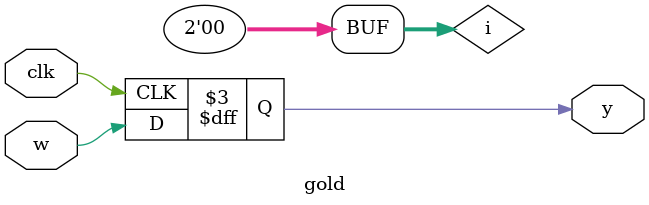
<source format=v>
module gold (y, clk, w);
  input clk;
  wire [1:0] i;
  input w;
  output y;
  reg y = 1'h0;
  always @(posedge clk)
      y <= w;
  assign i = 2'h0;
endmodule

</source>
